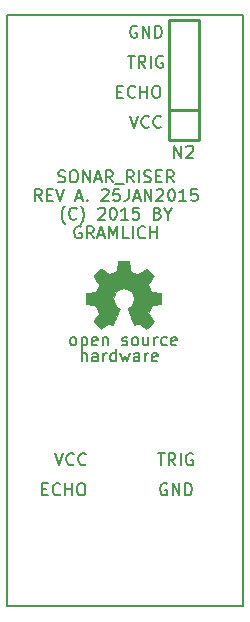
<source format=gbr>
%FSLAX36Y36*%
G04 Gerber Fmt 3.6, Leading zero omitted, Abs format (unit inch)*
G04 Created by KiCad (PCBNEW (2014-jul-16 BZR unknown)-product) date Sun 25 Jan 2015 06:12:40 PM PST*
%MOIN*%
G01*
G04 APERTURE LIST*
%ADD10C,0.003937*%
%ADD11C,0.006000*%
%ADD12C,0.007874*%
%ADD13C,0.010000*%
%ADD14C,0.000100*%
%ADD15C,0.008000*%
G04 APERTURE END LIST*
D10*
D11*
X4185086Y-3121695D02*
X4185086Y-3081695D01*
X4202229Y-3121695D02*
X4202229Y-3100743D01*
X4200324Y-3096933D01*
X4196514Y-3095029D01*
X4190800Y-3095029D01*
X4186991Y-3096933D01*
X4185086Y-3098838D01*
X4238419Y-3121695D02*
X4238419Y-3100743D01*
X4236514Y-3096933D01*
X4232705Y-3095029D01*
X4225086Y-3095029D01*
X4221276Y-3096933D01*
X4238419Y-3119790D02*
X4234610Y-3121695D01*
X4225086Y-3121695D01*
X4221276Y-3119790D01*
X4219371Y-3115981D01*
X4219371Y-3112171D01*
X4221276Y-3108362D01*
X4225086Y-3106457D01*
X4234610Y-3106457D01*
X4238419Y-3104552D01*
X4257467Y-3121695D02*
X4257467Y-3095029D01*
X4257467Y-3102648D02*
X4259371Y-3098838D01*
X4261276Y-3096933D01*
X4265086Y-3095029D01*
X4268895Y-3095029D01*
X4299371Y-3121695D02*
X4299371Y-3081695D01*
X4299371Y-3119790D02*
X4295562Y-3121695D01*
X4287943Y-3121695D01*
X4284133Y-3119790D01*
X4282229Y-3117886D01*
X4280324Y-3114076D01*
X4280324Y-3102648D01*
X4282229Y-3098838D01*
X4284133Y-3096933D01*
X4287943Y-3095029D01*
X4295562Y-3095029D01*
X4299371Y-3096933D01*
X4314610Y-3095029D02*
X4322229Y-3121695D01*
X4329848Y-3102648D01*
X4337467Y-3121695D01*
X4345086Y-3095029D01*
X4377467Y-3121695D02*
X4377467Y-3100743D01*
X4375562Y-3096933D01*
X4371752Y-3095029D01*
X4364133Y-3095029D01*
X4360324Y-3096933D01*
X4377467Y-3119790D02*
X4373657Y-3121695D01*
X4364133Y-3121695D01*
X4360324Y-3119790D01*
X4358419Y-3115981D01*
X4358419Y-3112171D01*
X4360324Y-3108362D01*
X4364133Y-3106457D01*
X4373657Y-3106457D01*
X4377467Y-3104552D01*
X4396514Y-3121695D02*
X4396514Y-3095029D01*
X4396514Y-3102648D02*
X4398419Y-3098838D01*
X4400324Y-3096933D01*
X4404133Y-3095029D01*
X4407943Y-3095029D01*
X4436514Y-3119790D02*
X4432705Y-3121695D01*
X4425086Y-3121695D01*
X4421276Y-3119790D01*
X4419371Y-3115981D01*
X4419371Y-3100743D01*
X4421276Y-3096933D01*
X4425086Y-3095029D01*
X4432705Y-3095029D01*
X4436514Y-3096933D01*
X4438419Y-3100743D01*
X4438419Y-3104552D01*
X4419371Y-3108362D01*
X4154524Y-3068095D02*
X4150714Y-3066190D01*
X4148810Y-3064286D01*
X4146905Y-3060476D01*
X4146905Y-3049048D01*
X4148810Y-3045238D01*
X4150714Y-3043333D01*
X4154524Y-3041429D01*
X4160238Y-3041429D01*
X4164048Y-3043333D01*
X4165952Y-3045238D01*
X4167857Y-3049048D01*
X4167857Y-3060476D01*
X4165952Y-3064286D01*
X4164048Y-3066190D01*
X4160238Y-3068095D01*
X4154524Y-3068095D01*
X4185000Y-3041429D02*
X4185000Y-3081429D01*
X4185000Y-3043333D02*
X4188810Y-3041429D01*
X4196429Y-3041429D01*
X4200238Y-3043333D01*
X4202143Y-3045238D01*
X4204048Y-3049048D01*
X4204048Y-3060476D01*
X4202143Y-3064286D01*
X4200238Y-3066190D01*
X4196429Y-3068095D01*
X4188810Y-3068095D01*
X4185000Y-3066190D01*
X4236429Y-3066190D02*
X4232619Y-3068095D01*
X4225000Y-3068095D01*
X4221191Y-3066190D01*
X4219286Y-3062381D01*
X4219286Y-3047143D01*
X4221191Y-3043333D01*
X4225000Y-3041429D01*
X4232619Y-3041429D01*
X4236429Y-3043333D01*
X4238333Y-3047143D01*
X4238333Y-3050952D01*
X4219286Y-3054762D01*
X4255476Y-3041429D02*
X4255476Y-3068095D01*
X4255476Y-3045238D02*
X4257381Y-3043333D01*
X4261191Y-3041429D01*
X4266905Y-3041429D01*
X4270714Y-3043333D01*
X4272619Y-3047143D01*
X4272619Y-3068095D01*
X4320238Y-3066190D02*
X4324048Y-3068095D01*
X4331667Y-3068095D01*
X4335476Y-3066190D01*
X4337381Y-3062381D01*
X4337381Y-3060476D01*
X4335476Y-3056667D01*
X4331667Y-3054762D01*
X4325952Y-3054762D01*
X4322143Y-3052857D01*
X4320238Y-3049048D01*
X4320238Y-3047143D01*
X4322143Y-3043333D01*
X4325952Y-3041429D01*
X4331667Y-3041429D01*
X4335476Y-3043333D01*
X4360238Y-3068095D02*
X4356429Y-3066190D01*
X4354524Y-3064286D01*
X4352619Y-3060476D01*
X4352619Y-3049048D01*
X4354524Y-3045238D01*
X4356429Y-3043333D01*
X4360238Y-3041429D01*
X4365952Y-3041429D01*
X4369762Y-3043333D01*
X4371667Y-3045238D01*
X4373571Y-3049048D01*
X4373571Y-3060476D01*
X4371667Y-3064286D01*
X4369762Y-3066190D01*
X4365952Y-3068095D01*
X4360238Y-3068095D01*
X4407857Y-3041429D02*
X4407857Y-3068095D01*
X4390714Y-3041429D02*
X4390714Y-3062381D01*
X4392619Y-3066190D01*
X4396429Y-3068095D01*
X4402143Y-3068095D01*
X4405952Y-3066190D01*
X4407857Y-3064286D01*
X4426905Y-3068095D02*
X4426905Y-3041429D01*
X4426905Y-3049048D02*
X4428810Y-3045238D01*
X4430714Y-3043333D01*
X4434524Y-3041429D01*
X4438333Y-3041429D01*
X4468809Y-3066190D02*
X4465000Y-3068095D01*
X4457381Y-3068095D01*
X4453571Y-3066190D01*
X4451667Y-3064286D01*
X4449762Y-3060476D01*
X4449762Y-3049048D01*
X4451667Y-3045238D01*
X4453571Y-3043333D01*
X4457381Y-3041429D01*
X4465000Y-3041429D01*
X4468809Y-3043333D01*
X4501190Y-3066190D02*
X4497381Y-3068095D01*
X4489762Y-3068095D01*
X4485952Y-3066190D01*
X4484048Y-3062381D01*
X4484048Y-3047143D01*
X4485952Y-3043333D01*
X4489762Y-3041429D01*
X4497381Y-3041429D01*
X4501190Y-3043333D01*
X4503095Y-3047143D01*
X4503095Y-3050952D01*
X4484048Y-3054762D01*
X4107619Y-2523190D02*
X4113333Y-2525095D01*
X4122857Y-2525095D01*
X4126667Y-2523190D01*
X4128571Y-2521286D01*
X4130476Y-2517476D01*
X4130476Y-2513667D01*
X4128571Y-2509857D01*
X4126667Y-2507952D01*
X4122857Y-2506048D01*
X4115238Y-2504143D01*
X4111429Y-2502238D01*
X4109524Y-2500333D01*
X4107619Y-2496524D01*
X4107619Y-2492714D01*
X4109524Y-2488905D01*
X4111429Y-2487000D01*
X4115238Y-2485095D01*
X4124762Y-2485095D01*
X4130476Y-2487000D01*
X4155238Y-2485095D02*
X4162857Y-2485095D01*
X4166667Y-2487000D01*
X4170476Y-2490810D01*
X4172381Y-2498429D01*
X4172381Y-2511762D01*
X4170476Y-2519381D01*
X4166667Y-2523190D01*
X4162857Y-2525095D01*
X4155238Y-2525095D01*
X4151429Y-2523190D01*
X4147619Y-2519381D01*
X4145714Y-2511762D01*
X4145714Y-2498429D01*
X4147619Y-2490810D01*
X4151429Y-2487000D01*
X4155238Y-2485095D01*
X4189524Y-2525095D02*
X4189524Y-2485095D01*
X4212381Y-2525095D01*
X4212381Y-2485095D01*
X4229524Y-2513667D02*
X4248571Y-2513667D01*
X4225714Y-2525095D02*
X4239048Y-2485095D01*
X4252381Y-2525095D01*
X4288571Y-2525095D02*
X4275238Y-2506048D01*
X4265714Y-2525095D02*
X4265714Y-2485095D01*
X4280952Y-2485095D01*
X4284762Y-2487000D01*
X4286667Y-2488905D01*
X4288571Y-2492714D01*
X4288571Y-2498429D01*
X4286667Y-2502238D01*
X4284762Y-2504143D01*
X4280952Y-2506048D01*
X4265714Y-2506048D01*
X4296190Y-2528905D02*
X4326667Y-2528905D01*
X4359048Y-2525095D02*
X4345714Y-2506048D01*
X4336190Y-2525095D02*
X4336190Y-2485095D01*
X4351429Y-2485095D01*
X4355238Y-2487000D01*
X4357143Y-2488905D01*
X4359048Y-2492714D01*
X4359048Y-2498429D01*
X4357143Y-2502238D01*
X4355238Y-2504143D01*
X4351429Y-2506048D01*
X4336190Y-2506048D01*
X4376190Y-2525095D02*
X4376190Y-2485095D01*
X4393333Y-2523190D02*
X4399048Y-2525095D01*
X4408571Y-2525095D01*
X4412381Y-2523190D01*
X4414286Y-2521286D01*
X4416190Y-2517476D01*
X4416190Y-2513667D01*
X4414286Y-2509857D01*
X4412381Y-2507952D01*
X4408571Y-2506048D01*
X4400952Y-2504143D01*
X4397143Y-2502238D01*
X4395238Y-2500333D01*
X4393333Y-2496524D01*
X4393333Y-2492714D01*
X4395238Y-2488905D01*
X4397143Y-2487000D01*
X4400952Y-2485095D01*
X4410476Y-2485095D01*
X4416190Y-2487000D01*
X4433333Y-2504143D02*
X4446667Y-2504143D01*
X4452381Y-2525095D02*
X4433333Y-2525095D01*
X4433333Y-2485095D01*
X4452381Y-2485095D01*
X4492381Y-2525095D02*
X4479048Y-2506048D01*
X4469524Y-2525095D02*
X4469524Y-2485095D01*
X4484762Y-2485095D01*
X4488571Y-2487000D01*
X4490476Y-2488905D01*
X4492381Y-2492714D01*
X4492381Y-2498429D01*
X4490476Y-2502238D01*
X4488571Y-2504143D01*
X4484762Y-2506048D01*
X4469524Y-2506048D01*
X4052381Y-2587095D02*
X4039048Y-2568048D01*
X4029524Y-2587095D02*
X4029524Y-2547095D01*
X4044762Y-2547095D01*
X4048571Y-2549000D01*
X4050476Y-2550905D01*
X4052381Y-2554714D01*
X4052381Y-2560429D01*
X4050476Y-2564238D01*
X4048571Y-2566143D01*
X4044762Y-2568048D01*
X4029524Y-2568048D01*
X4069524Y-2566143D02*
X4082857Y-2566143D01*
X4088571Y-2587095D02*
X4069524Y-2587095D01*
X4069524Y-2547095D01*
X4088571Y-2547095D01*
X4100000Y-2547095D02*
X4113333Y-2587095D01*
X4126667Y-2547095D01*
X4168571Y-2575667D02*
X4187619Y-2575667D01*
X4164762Y-2587095D02*
X4178095Y-2547095D01*
X4191429Y-2587095D01*
X4204762Y-2583286D02*
X4206667Y-2585190D01*
X4204762Y-2587095D01*
X4202857Y-2585190D01*
X4204762Y-2583286D01*
X4204762Y-2587095D01*
X4252381Y-2550905D02*
X4254286Y-2549000D01*
X4258095Y-2547095D01*
X4267619Y-2547095D01*
X4271429Y-2549000D01*
X4273333Y-2550905D01*
X4275238Y-2554714D01*
X4275238Y-2558524D01*
X4273333Y-2564238D01*
X4250476Y-2587095D01*
X4275238Y-2587095D01*
X4311429Y-2547095D02*
X4292381Y-2547095D01*
X4290476Y-2566143D01*
X4292381Y-2564238D01*
X4296191Y-2562333D01*
X4305714Y-2562333D01*
X4309524Y-2564238D01*
X4311429Y-2566143D01*
X4313333Y-2569952D01*
X4313333Y-2579476D01*
X4311429Y-2583286D01*
X4309524Y-2585190D01*
X4305714Y-2587095D01*
X4296191Y-2587095D01*
X4292381Y-2585190D01*
X4290476Y-2583286D01*
X4341905Y-2547095D02*
X4341905Y-2575667D01*
X4340000Y-2581381D01*
X4336191Y-2585190D01*
X4330476Y-2587095D01*
X4326667Y-2587095D01*
X4359048Y-2575667D02*
X4378095Y-2575667D01*
X4355238Y-2587095D02*
X4368571Y-2547095D01*
X4381905Y-2587095D01*
X4395238Y-2587095D02*
X4395238Y-2547095D01*
X4418095Y-2587095D01*
X4418095Y-2547095D01*
X4435238Y-2550905D02*
X4437143Y-2549000D01*
X4440952Y-2547095D01*
X4450476Y-2547095D01*
X4454286Y-2549000D01*
X4456190Y-2550905D01*
X4458095Y-2554714D01*
X4458095Y-2558524D01*
X4456190Y-2564238D01*
X4433333Y-2587095D01*
X4458095Y-2587095D01*
X4482857Y-2547095D02*
X4486667Y-2547095D01*
X4490476Y-2549000D01*
X4492381Y-2550905D01*
X4494286Y-2554714D01*
X4496190Y-2562333D01*
X4496190Y-2571857D01*
X4494286Y-2579476D01*
X4492381Y-2583286D01*
X4490476Y-2585190D01*
X4486667Y-2587095D01*
X4482857Y-2587095D01*
X4479048Y-2585190D01*
X4477143Y-2583286D01*
X4475238Y-2579476D01*
X4473333Y-2571857D01*
X4473333Y-2562333D01*
X4475238Y-2554714D01*
X4477143Y-2550905D01*
X4479048Y-2549000D01*
X4482857Y-2547095D01*
X4534286Y-2587095D02*
X4511429Y-2587095D01*
X4522857Y-2587095D02*
X4522857Y-2547095D01*
X4519048Y-2552810D01*
X4515238Y-2556619D01*
X4511429Y-2558524D01*
X4570476Y-2547095D02*
X4551429Y-2547095D01*
X4549524Y-2566143D01*
X4551429Y-2564238D01*
X4555238Y-2562333D01*
X4564762Y-2562333D01*
X4568571Y-2564238D01*
X4570476Y-2566143D01*
X4572381Y-2569952D01*
X4572381Y-2579476D01*
X4570476Y-2583286D01*
X4568571Y-2585190D01*
X4564762Y-2587095D01*
X4555238Y-2587095D01*
X4551429Y-2585190D01*
X4549524Y-2583286D01*
X4130476Y-2664333D02*
X4128571Y-2662429D01*
X4124762Y-2656714D01*
X4122857Y-2652905D01*
X4120952Y-2647190D01*
X4119048Y-2637667D01*
X4119048Y-2630048D01*
X4120952Y-2620524D01*
X4122857Y-2614810D01*
X4124762Y-2611000D01*
X4128571Y-2605286D01*
X4130476Y-2603381D01*
X4168571Y-2645286D02*
X4166667Y-2647190D01*
X4160952Y-2649095D01*
X4157143Y-2649095D01*
X4151429Y-2647190D01*
X4147619Y-2643381D01*
X4145714Y-2639571D01*
X4143810Y-2631952D01*
X4143810Y-2626238D01*
X4145714Y-2618619D01*
X4147619Y-2614810D01*
X4151429Y-2611000D01*
X4157143Y-2609095D01*
X4160952Y-2609095D01*
X4166667Y-2611000D01*
X4168571Y-2612905D01*
X4181905Y-2664333D02*
X4183810Y-2662429D01*
X4187619Y-2656714D01*
X4189524Y-2652905D01*
X4191429Y-2647190D01*
X4193333Y-2637667D01*
X4193333Y-2630048D01*
X4191429Y-2620524D01*
X4189524Y-2614810D01*
X4187619Y-2611000D01*
X4183810Y-2605286D01*
X4181905Y-2603381D01*
X4240952Y-2612905D02*
X4242857Y-2611000D01*
X4246667Y-2609095D01*
X4256190Y-2609095D01*
X4260000Y-2611000D01*
X4261905Y-2612905D01*
X4263810Y-2616714D01*
X4263810Y-2620524D01*
X4261905Y-2626238D01*
X4239048Y-2649095D01*
X4263810Y-2649095D01*
X4288571Y-2609095D02*
X4292381Y-2609095D01*
X4296190Y-2611000D01*
X4298095Y-2612905D01*
X4300000Y-2616714D01*
X4301905Y-2624333D01*
X4301905Y-2633857D01*
X4300000Y-2641476D01*
X4298095Y-2645286D01*
X4296190Y-2647190D01*
X4292381Y-2649095D01*
X4288571Y-2649095D01*
X4284762Y-2647190D01*
X4282857Y-2645286D01*
X4280952Y-2641476D01*
X4279048Y-2633857D01*
X4279048Y-2624333D01*
X4280952Y-2616714D01*
X4282857Y-2612905D01*
X4284762Y-2611000D01*
X4288571Y-2609095D01*
X4340000Y-2649095D02*
X4317143Y-2649095D01*
X4328571Y-2649095D02*
X4328571Y-2609095D01*
X4324762Y-2614810D01*
X4320952Y-2618619D01*
X4317143Y-2620524D01*
X4376190Y-2609095D02*
X4357143Y-2609095D01*
X4355238Y-2628143D01*
X4357143Y-2626238D01*
X4360952Y-2624333D01*
X4370476Y-2624333D01*
X4374286Y-2626238D01*
X4376190Y-2628143D01*
X4378095Y-2631952D01*
X4378095Y-2641476D01*
X4376190Y-2645286D01*
X4374286Y-2647190D01*
X4370476Y-2649095D01*
X4360952Y-2649095D01*
X4357143Y-2647190D01*
X4355238Y-2645286D01*
X4439048Y-2628143D02*
X4444762Y-2630048D01*
X4446667Y-2631952D01*
X4448571Y-2635762D01*
X4448571Y-2641476D01*
X4446667Y-2645286D01*
X4444762Y-2647190D01*
X4440952Y-2649095D01*
X4425714Y-2649095D01*
X4425714Y-2609095D01*
X4439048Y-2609095D01*
X4442857Y-2611000D01*
X4444762Y-2612905D01*
X4446667Y-2616714D01*
X4446667Y-2620524D01*
X4444762Y-2624333D01*
X4442857Y-2626238D01*
X4439048Y-2628143D01*
X4425714Y-2628143D01*
X4473333Y-2630048D02*
X4473333Y-2649095D01*
X4460000Y-2609095D02*
X4473333Y-2630048D01*
X4486667Y-2609095D01*
X4183810Y-2673000D02*
X4180000Y-2671095D01*
X4174286Y-2671095D01*
X4168571Y-2673000D01*
X4164762Y-2676810D01*
X4162857Y-2680619D01*
X4160952Y-2688238D01*
X4160952Y-2693952D01*
X4162857Y-2701571D01*
X4164762Y-2705381D01*
X4168571Y-2709190D01*
X4174286Y-2711095D01*
X4178095Y-2711095D01*
X4183810Y-2709190D01*
X4185714Y-2707286D01*
X4185714Y-2693952D01*
X4178095Y-2693952D01*
X4225714Y-2711095D02*
X4212381Y-2692048D01*
X4202857Y-2711095D02*
X4202857Y-2671095D01*
X4218095Y-2671095D01*
X4221905Y-2673000D01*
X4223810Y-2674905D01*
X4225714Y-2678714D01*
X4225714Y-2684429D01*
X4223810Y-2688238D01*
X4221905Y-2690143D01*
X4218095Y-2692048D01*
X4202857Y-2692048D01*
X4240952Y-2699667D02*
X4260000Y-2699667D01*
X4237143Y-2711095D02*
X4250476Y-2671095D01*
X4263810Y-2711095D01*
X4277143Y-2711095D02*
X4277143Y-2671095D01*
X4290476Y-2699667D01*
X4303810Y-2671095D01*
X4303810Y-2711095D01*
X4341905Y-2711095D02*
X4322857Y-2711095D01*
X4322857Y-2671095D01*
X4355238Y-2711095D02*
X4355238Y-2671095D01*
X4397143Y-2707286D02*
X4395238Y-2709190D01*
X4389524Y-2711095D01*
X4385714Y-2711095D01*
X4380000Y-2709190D01*
X4376191Y-2705381D01*
X4374286Y-2701571D01*
X4372381Y-2693952D01*
X4372381Y-2688238D01*
X4374286Y-2680619D01*
X4376191Y-2676810D01*
X4380000Y-2673000D01*
X4385714Y-2671095D01*
X4389524Y-2671095D01*
X4395238Y-2673000D01*
X4397143Y-2674905D01*
X4414286Y-2711095D02*
X4414286Y-2671095D01*
X4414286Y-2690143D02*
X4437143Y-2690143D01*
X4437143Y-2711095D02*
X4437143Y-2671095D01*
X4304524Y-2222143D02*
X4317857Y-2222143D01*
X4323571Y-2243095D02*
X4304524Y-2243095D01*
X4304524Y-2203095D01*
X4323571Y-2203095D01*
X4363571Y-2239286D02*
X4361667Y-2241190D01*
X4355952Y-2243095D01*
X4352143Y-2243095D01*
X4346429Y-2241190D01*
X4342619Y-2237381D01*
X4340714Y-2233571D01*
X4338810Y-2225952D01*
X4338810Y-2220238D01*
X4340714Y-2212619D01*
X4342619Y-2208810D01*
X4346429Y-2205000D01*
X4352143Y-2203095D01*
X4355952Y-2203095D01*
X4361667Y-2205000D01*
X4363571Y-2206905D01*
X4380714Y-2243095D02*
X4380714Y-2203095D01*
X4380714Y-2222143D02*
X4403571Y-2222143D01*
X4403571Y-2243095D02*
X4403571Y-2203095D01*
X4430238Y-2203095D02*
X4437857Y-2203095D01*
X4441667Y-2205000D01*
X4445476Y-2208810D01*
X4447381Y-2216429D01*
X4447381Y-2229762D01*
X4445476Y-2237381D01*
X4441667Y-2241190D01*
X4437857Y-2243095D01*
X4430238Y-2243095D01*
X4426429Y-2241190D01*
X4422619Y-2237381D01*
X4420714Y-2229762D01*
X4420714Y-2216429D01*
X4422619Y-2208810D01*
X4426429Y-2205000D01*
X4430238Y-2203095D01*
X4339048Y-2103095D02*
X4361905Y-2103095D01*
X4350476Y-2143095D02*
X4350476Y-2103095D01*
X4398095Y-2143095D02*
X4384762Y-2124048D01*
X4375238Y-2143095D02*
X4375238Y-2103095D01*
X4390476Y-2103095D01*
X4394286Y-2105000D01*
X4396190Y-2106905D01*
X4398095Y-2110714D01*
X4398095Y-2116429D01*
X4396190Y-2120238D01*
X4394286Y-2122143D01*
X4390476Y-2124048D01*
X4375238Y-2124048D01*
X4415238Y-2143095D02*
X4415238Y-2103095D01*
X4455238Y-2105000D02*
X4451429Y-2103095D01*
X4445714Y-2103095D01*
X4440000Y-2105000D01*
X4436191Y-2108810D01*
X4434286Y-2112619D01*
X4432381Y-2120238D01*
X4432381Y-2125952D01*
X4434286Y-2133571D01*
X4436191Y-2137381D01*
X4440000Y-2141190D01*
X4445714Y-2143095D01*
X4449524Y-2143095D01*
X4455238Y-2141190D01*
X4457143Y-2139286D01*
X4457143Y-2125952D01*
X4449524Y-2125952D01*
X4369524Y-2005000D02*
X4365714Y-2003095D01*
X4360000Y-2003095D01*
X4354286Y-2005000D01*
X4350476Y-2008810D01*
X4348571Y-2012619D01*
X4346667Y-2020238D01*
X4346667Y-2025952D01*
X4348571Y-2033571D01*
X4350476Y-2037381D01*
X4354286Y-2041190D01*
X4360000Y-2043095D01*
X4363810Y-2043095D01*
X4369524Y-2041190D01*
X4371429Y-2039286D01*
X4371429Y-2025952D01*
X4363810Y-2025952D01*
X4388571Y-2043095D02*
X4388571Y-2003095D01*
X4411429Y-2043095D01*
X4411429Y-2003095D01*
X4430476Y-2043095D02*
X4430476Y-2003095D01*
X4440000Y-2003095D01*
X4445714Y-2005000D01*
X4449524Y-2008810D01*
X4451429Y-2012619D01*
X4453333Y-2020238D01*
X4453333Y-2025952D01*
X4451429Y-2033571D01*
X4449524Y-2037381D01*
X4445714Y-2041190D01*
X4440000Y-2043095D01*
X4430476Y-2043095D01*
X4096667Y-3428095D02*
X4110000Y-3468095D01*
X4123333Y-3428095D01*
X4159524Y-3464286D02*
X4157619Y-3466190D01*
X4151905Y-3468095D01*
X4148095Y-3468095D01*
X4142381Y-3466190D01*
X4138571Y-3462381D01*
X4136667Y-3458571D01*
X4134762Y-3450952D01*
X4134762Y-3445238D01*
X4136667Y-3437619D01*
X4138571Y-3433810D01*
X4142381Y-3430000D01*
X4148095Y-3428095D01*
X4151905Y-3428095D01*
X4157619Y-3430000D01*
X4159524Y-3431905D01*
X4199524Y-3464286D02*
X4197619Y-3466190D01*
X4191905Y-3468095D01*
X4188095Y-3468095D01*
X4182381Y-3466190D01*
X4178571Y-3462381D01*
X4176667Y-3458571D01*
X4174762Y-3450952D01*
X4174762Y-3445238D01*
X4176667Y-3437619D01*
X4178571Y-3433810D01*
X4182381Y-3430000D01*
X4188095Y-3428095D01*
X4191905Y-3428095D01*
X4197619Y-3430000D01*
X4199524Y-3431905D01*
X4469524Y-3530000D02*
X4465714Y-3528095D01*
X4460000Y-3528095D01*
X4454286Y-3530000D01*
X4450476Y-3533810D01*
X4448571Y-3537619D01*
X4446667Y-3545238D01*
X4446667Y-3550952D01*
X4448571Y-3558571D01*
X4450476Y-3562381D01*
X4454286Y-3566190D01*
X4460000Y-3568095D01*
X4463810Y-3568095D01*
X4469524Y-3566190D01*
X4471429Y-3564286D01*
X4471429Y-3550952D01*
X4463810Y-3550952D01*
X4488571Y-3568095D02*
X4488571Y-3528095D01*
X4511429Y-3568095D01*
X4511429Y-3528095D01*
X4530476Y-3568095D02*
X4530476Y-3528095D01*
X4540000Y-3528095D01*
X4545714Y-3530000D01*
X4549524Y-3533810D01*
X4551429Y-3537619D01*
X4553333Y-3545238D01*
X4553333Y-3550952D01*
X4551429Y-3558571D01*
X4549524Y-3562381D01*
X4545714Y-3566190D01*
X4540000Y-3568095D01*
X4530476Y-3568095D01*
X4439048Y-3428095D02*
X4461905Y-3428095D01*
X4450476Y-3468095D02*
X4450476Y-3428095D01*
X4498095Y-3468095D02*
X4484762Y-3449048D01*
X4475238Y-3468095D02*
X4475238Y-3428095D01*
X4490476Y-3428095D01*
X4494286Y-3430000D01*
X4496190Y-3431905D01*
X4498095Y-3435714D01*
X4498095Y-3441429D01*
X4496190Y-3445238D01*
X4494286Y-3447143D01*
X4490476Y-3449048D01*
X4475238Y-3449048D01*
X4515238Y-3468095D02*
X4515238Y-3428095D01*
X4555238Y-3430000D02*
X4551429Y-3428095D01*
X4545714Y-3428095D01*
X4540000Y-3430000D01*
X4536191Y-3433810D01*
X4534286Y-3437619D01*
X4532381Y-3445238D01*
X4532381Y-3450952D01*
X4534286Y-3458571D01*
X4536191Y-3462381D01*
X4540000Y-3466190D01*
X4545714Y-3468095D01*
X4549524Y-3468095D01*
X4555238Y-3466190D01*
X4557143Y-3464286D01*
X4557143Y-3450952D01*
X4549524Y-3450952D01*
X4054524Y-3547143D02*
X4067857Y-3547143D01*
X4073571Y-3568095D02*
X4054524Y-3568095D01*
X4054524Y-3528095D01*
X4073571Y-3528095D01*
X4113571Y-3564286D02*
X4111667Y-3566190D01*
X4105952Y-3568095D01*
X4102143Y-3568095D01*
X4096429Y-3566190D01*
X4092619Y-3562381D01*
X4090714Y-3558571D01*
X4088810Y-3550952D01*
X4088810Y-3545238D01*
X4090714Y-3537619D01*
X4092619Y-3533810D01*
X4096429Y-3530000D01*
X4102143Y-3528095D01*
X4105952Y-3528095D01*
X4111667Y-3530000D01*
X4113571Y-3531905D01*
X4130714Y-3568095D02*
X4130714Y-3528095D01*
X4130714Y-3547143D02*
X4153571Y-3547143D01*
X4153571Y-3568095D02*
X4153571Y-3528095D01*
X4180238Y-3528095D02*
X4187857Y-3528095D01*
X4191667Y-3530000D01*
X4195476Y-3533810D01*
X4197381Y-3541429D01*
X4197381Y-3554762D01*
X4195476Y-3562381D01*
X4191667Y-3566190D01*
X4187857Y-3568095D01*
X4180238Y-3568095D01*
X4176429Y-3566190D01*
X4172619Y-3562381D01*
X4170714Y-3554762D01*
X4170714Y-3541429D01*
X4172619Y-3533810D01*
X4176429Y-3530000D01*
X4180238Y-3528095D01*
X4346667Y-2303095D02*
X4360000Y-2343095D01*
X4373333Y-2303095D01*
X4409524Y-2339286D02*
X4407619Y-2341190D01*
X4401905Y-2343095D01*
X4398095Y-2343095D01*
X4392381Y-2341190D01*
X4388571Y-2337381D01*
X4386667Y-2333571D01*
X4384762Y-2325952D01*
X4384762Y-2320238D01*
X4386667Y-2312619D01*
X4388571Y-2308810D01*
X4392381Y-2305000D01*
X4398095Y-2303095D01*
X4401905Y-2303095D01*
X4407619Y-2305000D01*
X4409524Y-2306905D01*
X4449524Y-2339286D02*
X4447619Y-2341190D01*
X4441905Y-2343095D01*
X4438095Y-2343095D01*
X4432381Y-2341190D01*
X4428571Y-2337381D01*
X4426667Y-2333571D01*
X4424762Y-2325952D01*
X4424762Y-2320238D01*
X4426667Y-2312619D01*
X4428571Y-2308810D01*
X4432381Y-2305000D01*
X4438095Y-2303095D01*
X4441905Y-2303095D01*
X4447619Y-2305000D01*
X4449524Y-2306905D01*
D12*
X3937008Y-3937008D02*
X3937008Y-1968504D01*
X4724409Y-3937008D02*
X3937008Y-3937008D01*
X4724409Y-1968504D02*
X4724409Y-3937008D01*
X3937008Y-1968504D02*
X4724409Y-1968504D01*
D13*
X4577559Y-2285039D02*
X4577559Y-1985039D01*
X4477559Y-2285039D02*
X4477559Y-1985039D01*
X4477559Y-2385039D02*
X4477559Y-2285039D01*
X4577559Y-1985039D02*
X4477559Y-1985039D01*
X4477559Y-2285039D02*
X4577559Y-2285039D01*
X4477559Y-2385039D02*
X4577559Y-2385039D01*
X4577559Y-2385039D02*
X4577559Y-2285039D01*
D14*
G36*
X4249200Y-3012300D02*
X4250600Y-3011600D01*
X4253500Y-3009700D01*
X4257700Y-3007000D01*
X4262600Y-3003700D01*
X4267500Y-3000300D01*
X4271600Y-2997600D01*
X4274500Y-2995800D01*
X4275700Y-2995100D01*
X4276300Y-2995400D01*
X4278700Y-2996500D01*
X4282100Y-2998300D01*
X4284000Y-2999300D01*
X4287200Y-3000700D01*
X4288700Y-3000900D01*
X4289000Y-3000500D01*
X4290100Y-2998100D01*
X4291900Y-2994000D01*
X4294300Y-2988600D01*
X4297000Y-2982200D01*
X4299900Y-2975400D01*
X4302800Y-2968400D01*
X4305600Y-2961800D01*
X4308000Y-2955800D01*
X4310000Y-2950900D01*
X4311300Y-2947500D01*
X4311700Y-2946100D01*
X4311600Y-2945800D01*
X4310000Y-2944200D01*
X4307300Y-2942200D01*
X4301400Y-2937400D01*
X4295500Y-2930100D01*
X4292000Y-2921800D01*
X4290800Y-2912600D01*
X4291800Y-2904100D01*
X4295200Y-2895900D01*
X4300900Y-2888600D01*
X4307800Y-2883100D01*
X4315900Y-2879600D01*
X4325000Y-2878500D01*
X4333700Y-2879500D01*
X4342100Y-2882800D01*
X4349400Y-2888400D01*
X4352500Y-2892000D01*
X4356800Y-2899500D01*
X4359300Y-2907400D01*
X4359500Y-2909500D01*
X4359200Y-2918200D01*
X4356600Y-2926600D01*
X4351900Y-2934200D01*
X4345500Y-2940300D01*
X4344700Y-2940900D01*
X4341700Y-2943100D01*
X4339700Y-2944700D01*
X4338200Y-2946000D01*
X4349300Y-2972900D01*
X4351100Y-2977200D01*
X4354200Y-2984500D01*
X4356900Y-2990800D01*
X4359000Y-2995900D01*
X4360500Y-2999300D01*
X4361200Y-3000600D01*
X4361300Y-3000700D01*
X4362200Y-3000900D01*
X4364300Y-3000100D01*
X4368000Y-2998300D01*
X4370500Y-2997000D01*
X4373400Y-2995600D01*
X4374700Y-2995100D01*
X4375800Y-2995700D01*
X4378500Y-2997500D01*
X4382500Y-3000200D01*
X4387300Y-3003400D01*
X4391900Y-3006600D01*
X4396100Y-3009300D01*
X4399200Y-3011300D01*
X4400700Y-3012100D01*
X4400900Y-3012100D01*
X4402300Y-3011400D01*
X4404700Y-3009300D01*
X4408300Y-3005900D01*
X4413500Y-3000800D01*
X4414300Y-3000000D01*
X4418600Y-2995600D01*
X4422000Y-2992000D01*
X4424400Y-2989400D01*
X4425200Y-2988200D01*
X4425200Y-2988200D01*
X4424400Y-2986800D01*
X4422500Y-2983700D01*
X4419700Y-2979400D01*
X4416300Y-2974400D01*
X4407400Y-2961500D01*
X4412300Y-2949300D01*
X4413800Y-2945500D01*
X4415700Y-2941000D01*
X4417100Y-2937800D01*
X4417800Y-2936300D01*
X4419200Y-2935900D01*
X4422500Y-2935100D01*
X4427300Y-2934100D01*
X4433100Y-2933000D01*
X4438600Y-2932000D01*
X4443600Y-2931000D01*
X4447200Y-2930300D01*
X4448800Y-2930000D01*
X4449200Y-2929800D01*
X4449500Y-2929000D01*
X4449800Y-2927300D01*
X4449900Y-2924300D01*
X4449900Y-2919500D01*
X4449900Y-2912600D01*
X4449900Y-2911900D01*
X4449900Y-2905300D01*
X4449800Y-2900100D01*
X4449600Y-2896700D01*
X4449400Y-2895300D01*
X4449300Y-2895300D01*
X4447800Y-2894900D01*
X4444300Y-2894200D01*
X4439300Y-2893200D01*
X4433400Y-2892100D01*
X4433000Y-2892000D01*
X4427100Y-2890900D01*
X4422100Y-2889800D01*
X4418700Y-2889000D01*
X4417200Y-2888600D01*
X4416900Y-2888200D01*
X4415700Y-2885900D01*
X4414000Y-2882200D01*
X4412000Y-2877700D01*
X4410100Y-2873100D01*
X4408400Y-2868900D01*
X4407300Y-2865800D01*
X4407000Y-2864400D01*
X4407000Y-2864300D01*
X4407900Y-2862900D01*
X4409900Y-2859900D01*
X4412800Y-2855600D01*
X4416200Y-2850600D01*
X4416500Y-2850200D01*
X4419900Y-2845200D01*
X4422700Y-2841000D01*
X4424500Y-2838000D01*
X4425200Y-2836600D01*
X4425200Y-2836500D01*
X4424100Y-2835000D01*
X4421500Y-2832200D01*
X4417900Y-2828400D01*
X4413500Y-2824000D01*
X4412100Y-2822600D01*
X4407200Y-2817900D01*
X4403900Y-2814700D01*
X4401800Y-2813100D01*
X4400800Y-2812700D01*
X4400700Y-2812800D01*
X4399200Y-2813700D01*
X4396100Y-2815700D01*
X4391800Y-2818600D01*
X4386700Y-2822100D01*
X4386300Y-2822300D01*
X4381400Y-2825700D01*
X4377200Y-2828500D01*
X4374200Y-2830500D01*
X4372900Y-2831300D01*
X4372700Y-2831300D01*
X4370700Y-2830700D01*
X4367100Y-2829400D01*
X4362800Y-2827700D01*
X4358100Y-2825900D01*
X4353900Y-2824100D01*
X4350800Y-2822600D01*
X4349300Y-2821800D01*
X4349300Y-2821700D01*
X4348700Y-2819900D01*
X4347900Y-2816200D01*
X4346800Y-2811100D01*
X4345600Y-2804900D01*
X4345500Y-2804000D01*
X4344300Y-2798000D01*
X4343400Y-2793100D01*
X4342700Y-2789700D01*
X4342300Y-2788300D01*
X4341500Y-2788100D01*
X4338600Y-2787900D01*
X4334100Y-2787800D01*
X4328800Y-2787700D01*
X4323100Y-2787700D01*
X4317600Y-2787900D01*
X4312900Y-2788000D01*
X4309500Y-2788300D01*
X4308100Y-2788500D01*
X4308100Y-2788600D01*
X4307500Y-2790500D01*
X4306700Y-2794200D01*
X4305700Y-2799400D01*
X4304500Y-2805500D01*
X4304300Y-2806600D01*
X4303200Y-2812500D01*
X4302200Y-2817400D01*
X4301400Y-2820800D01*
X4301100Y-2822100D01*
X4300500Y-2822400D01*
X4298100Y-2823400D01*
X4294100Y-2825100D01*
X4289200Y-2827100D01*
X4277700Y-2831700D01*
X4263700Y-2822100D01*
X4262400Y-2821200D01*
X4257400Y-2817800D01*
X4253200Y-2815000D01*
X4250300Y-2813200D01*
X4249100Y-2812500D01*
X4249000Y-2812500D01*
X4247600Y-2813800D01*
X4244900Y-2816400D01*
X4241100Y-2820100D01*
X4236600Y-2824500D01*
X4233400Y-2827700D01*
X4229500Y-2831700D01*
X4227100Y-2834300D01*
X4225700Y-2836000D01*
X4225200Y-2837000D01*
X4225400Y-2837700D01*
X4226300Y-2839200D01*
X4228300Y-2842200D01*
X4231200Y-2846500D01*
X4234600Y-2851500D01*
X4237400Y-2855600D01*
X4240500Y-2860300D01*
X4242500Y-2863700D01*
X4243200Y-2865300D01*
X4243000Y-2866000D01*
X4242000Y-2868800D01*
X4240300Y-2872900D01*
X4238200Y-2877900D01*
X4233400Y-2889000D01*
X4226100Y-2890400D01*
X4221700Y-2891200D01*
X4215500Y-2892400D01*
X4209600Y-2893500D01*
X4200400Y-2895300D01*
X4200000Y-2929200D01*
X4201500Y-2929800D01*
X4202800Y-2930100D01*
X4206200Y-2930900D01*
X4211100Y-2931900D01*
X4216900Y-2932900D01*
X4221800Y-2933900D01*
X4226700Y-2934800D01*
X4230300Y-2935500D01*
X4231800Y-2935800D01*
X4232200Y-2936300D01*
X4233500Y-2938700D01*
X4235200Y-2942500D01*
X4237200Y-2947100D01*
X4239200Y-2951900D01*
X4240900Y-2956200D01*
X4242100Y-2959600D01*
X4242600Y-2961300D01*
X4241900Y-2962600D01*
X4240000Y-2965500D01*
X4237300Y-2969600D01*
X4233900Y-2974500D01*
X4230600Y-2979400D01*
X4227800Y-2983600D01*
X4225800Y-2986700D01*
X4225000Y-2988000D01*
X4225400Y-2989000D01*
X4227300Y-2991300D01*
X4231000Y-2995200D01*
X4236500Y-3000600D01*
X4237400Y-3001500D01*
X4241800Y-3005700D01*
X4245500Y-3009100D01*
X4248100Y-3011400D01*
X4249200Y-3012300D01*
X4249200Y-3012300D01*
G37*
X4249200Y-3012300D02*
X4250600Y-3011600D01*
X4253500Y-3009700D01*
X4257700Y-3007000D01*
X4262600Y-3003700D01*
X4267500Y-3000300D01*
X4271600Y-2997600D01*
X4274500Y-2995800D01*
X4275700Y-2995100D01*
X4276300Y-2995400D01*
X4278700Y-2996500D01*
X4282100Y-2998300D01*
X4284000Y-2999300D01*
X4287200Y-3000700D01*
X4288700Y-3000900D01*
X4289000Y-3000500D01*
X4290100Y-2998100D01*
X4291900Y-2994000D01*
X4294300Y-2988600D01*
X4297000Y-2982200D01*
X4299900Y-2975400D01*
X4302800Y-2968400D01*
X4305600Y-2961800D01*
X4308000Y-2955800D01*
X4310000Y-2950900D01*
X4311300Y-2947500D01*
X4311700Y-2946100D01*
X4311600Y-2945800D01*
X4310000Y-2944200D01*
X4307300Y-2942200D01*
X4301400Y-2937400D01*
X4295500Y-2930100D01*
X4292000Y-2921800D01*
X4290800Y-2912600D01*
X4291800Y-2904100D01*
X4295200Y-2895900D01*
X4300900Y-2888600D01*
X4307800Y-2883100D01*
X4315900Y-2879600D01*
X4325000Y-2878500D01*
X4333700Y-2879500D01*
X4342100Y-2882800D01*
X4349400Y-2888400D01*
X4352500Y-2892000D01*
X4356800Y-2899500D01*
X4359300Y-2907400D01*
X4359500Y-2909500D01*
X4359200Y-2918200D01*
X4356600Y-2926600D01*
X4351900Y-2934200D01*
X4345500Y-2940300D01*
X4344700Y-2940900D01*
X4341700Y-2943100D01*
X4339700Y-2944700D01*
X4338200Y-2946000D01*
X4349300Y-2972900D01*
X4351100Y-2977200D01*
X4354200Y-2984500D01*
X4356900Y-2990800D01*
X4359000Y-2995900D01*
X4360500Y-2999300D01*
X4361200Y-3000600D01*
X4361300Y-3000700D01*
X4362200Y-3000900D01*
X4364300Y-3000100D01*
X4368000Y-2998300D01*
X4370500Y-2997000D01*
X4373400Y-2995600D01*
X4374700Y-2995100D01*
X4375800Y-2995700D01*
X4378500Y-2997500D01*
X4382500Y-3000200D01*
X4387300Y-3003400D01*
X4391900Y-3006600D01*
X4396100Y-3009300D01*
X4399200Y-3011300D01*
X4400700Y-3012100D01*
X4400900Y-3012100D01*
X4402300Y-3011400D01*
X4404700Y-3009300D01*
X4408300Y-3005900D01*
X4413500Y-3000800D01*
X4414300Y-3000000D01*
X4418600Y-2995600D01*
X4422000Y-2992000D01*
X4424400Y-2989400D01*
X4425200Y-2988200D01*
X4425200Y-2988200D01*
X4424400Y-2986800D01*
X4422500Y-2983700D01*
X4419700Y-2979400D01*
X4416300Y-2974400D01*
X4407400Y-2961500D01*
X4412300Y-2949300D01*
X4413800Y-2945500D01*
X4415700Y-2941000D01*
X4417100Y-2937800D01*
X4417800Y-2936300D01*
X4419200Y-2935900D01*
X4422500Y-2935100D01*
X4427300Y-2934100D01*
X4433100Y-2933000D01*
X4438600Y-2932000D01*
X4443600Y-2931000D01*
X4447200Y-2930300D01*
X4448800Y-2930000D01*
X4449200Y-2929800D01*
X4449500Y-2929000D01*
X4449800Y-2927300D01*
X4449900Y-2924300D01*
X4449900Y-2919500D01*
X4449900Y-2912600D01*
X4449900Y-2911900D01*
X4449900Y-2905300D01*
X4449800Y-2900100D01*
X4449600Y-2896700D01*
X4449400Y-2895300D01*
X4449300Y-2895300D01*
X4447800Y-2894900D01*
X4444300Y-2894200D01*
X4439300Y-2893200D01*
X4433400Y-2892100D01*
X4433000Y-2892000D01*
X4427100Y-2890900D01*
X4422100Y-2889800D01*
X4418700Y-2889000D01*
X4417200Y-2888600D01*
X4416900Y-2888200D01*
X4415700Y-2885900D01*
X4414000Y-2882200D01*
X4412000Y-2877700D01*
X4410100Y-2873100D01*
X4408400Y-2868900D01*
X4407300Y-2865800D01*
X4407000Y-2864400D01*
X4407000Y-2864300D01*
X4407900Y-2862900D01*
X4409900Y-2859900D01*
X4412800Y-2855600D01*
X4416200Y-2850600D01*
X4416500Y-2850200D01*
X4419900Y-2845200D01*
X4422700Y-2841000D01*
X4424500Y-2838000D01*
X4425200Y-2836600D01*
X4425200Y-2836500D01*
X4424100Y-2835000D01*
X4421500Y-2832200D01*
X4417900Y-2828400D01*
X4413500Y-2824000D01*
X4412100Y-2822600D01*
X4407200Y-2817900D01*
X4403900Y-2814700D01*
X4401800Y-2813100D01*
X4400800Y-2812700D01*
X4400700Y-2812800D01*
X4399200Y-2813700D01*
X4396100Y-2815700D01*
X4391800Y-2818600D01*
X4386700Y-2822100D01*
X4386300Y-2822300D01*
X4381400Y-2825700D01*
X4377200Y-2828500D01*
X4374200Y-2830500D01*
X4372900Y-2831300D01*
X4372700Y-2831300D01*
X4370700Y-2830700D01*
X4367100Y-2829400D01*
X4362800Y-2827700D01*
X4358100Y-2825900D01*
X4353900Y-2824100D01*
X4350800Y-2822600D01*
X4349300Y-2821800D01*
X4349300Y-2821700D01*
X4348700Y-2819900D01*
X4347900Y-2816200D01*
X4346800Y-2811100D01*
X4345600Y-2804900D01*
X4345500Y-2804000D01*
X4344300Y-2798000D01*
X4343400Y-2793100D01*
X4342700Y-2789700D01*
X4342300Y-2788300D01*
X4341500Y-2788100D01*
X4338600Y-2787900D01*
X4334100Y-2787800D01*
X4328800Y-2787700D01*
X4323100Y-2787700D01*
X4317600Y-2787900D01*
X4312900Y-2788000D01*
X4309500Y-2788300D01*
X4308100Y-2788500D01*
X4308100Y-2788600D01*
X4307500Y-2790500D01*
X4306700Y-2794200D01*
X4305700Y-2799400D01*
X4304500Y-2805500D01*
X4304300Y-2806600D01*
X4303200Y-2812500D01*
X4302200Y-2817400D01*
X4301400Y-2820800D01*
X4301100Y-2822100D01*
X4300500Y-2822400D01*
X4298100Y-2823400D01*
X4294100Y-2825100D01*
X4289200Y-2827100D01*
X4277700Y-2831700D01*
X4263700Y-2822100D01*
X4262400Y-2821200D01*
X4257400Y-2817800D01*
X4253200Y-2815000D01*
X4250300Y-2813200D01*
X4249100Y-2812500D01*
X4249000Y-2812500D01*
X4247600Y-2813800D01*
X4244900Y-2816400D01*
X4241100Y-2820100D01*
X4236600Y-2824500D01*
X4233400Y-2827700D01*
X4229500Y-2831700D01*
X4227100Y-2834300D01*
X4225700Y-2836000D01*
X4225200Y-2837000D01*
X4225400Y-2837700D01*
X4226300Y-2839200D01*
X4228300Y-2842200D01*
X4231200Y-2846500D01*
X4234600Y-2851500D01*
X4237400Y-2855600D01*
X4240500Y-2860300D01*
X4242500Y-2863700D01*
X4243200Y-2865300D01*
X4243000Y-2866000D01*
X4242000Y-2868800D01*
X4240300Y-2872900D01*
X4238200Y-2877900D01*
X4233400Y-2889000D01*
X4226100Y-2890400D01*
X4221700Y-2891200D01*
X4215500Y-2892400D01*
X4209600Y-2893500D01*
X4200400Y-2895300D01*
X4200000Y-2929200D01*
X4201500Y-2929800D01*
X4202800Y-2930100D01*
X4206200Y-2930900D01*
X4211100Y-2931900D01*
X4216900Y-2932900D01*
X4221800Y-2933900D01*
X4226700Y-2934800D01*
X4230300Y-2935500D01*
X4231800Y-2935800D01*
X4232200Y-2936300D01*
X4233500Y-2938700D01*
X4235200Y-2942500D01*
X4237200Y-2947100D01*
X4239200Y-2951900D01*
X4240900Y-2956200D01*
X4242100Y-2959600D01*
X4242600Y-2961300D01*
X4241900Y-2962600D01*
X4240000Y-2965500D01*
X4237300Y-2969600D01*
X4233900Y-2974500D01*
X4230600Y-2979400D01*
X4227800Y-2983600D01*
X4225800Y-2986700D01*
X4225000Y-2988000D01*
X4225400Y-2989000D01*
X4227300Y-2991300D01*
X4231000Y-2995200D01*
X4236500Y-3000600D01*
X4237400Y-3001500D01*
X4241800Y-3005700D01*
X4245500Y-3009100D01*
X4248100Y-3011400D01*
X4249200Y-3012300D01*
D15*
X4494524Y-2443095D02*
X4494524Y-2403095D01*
X4517381Y-2443095D01*
X4517381Y-2403095D01*
X4534524Y-2406905D02*
X4536429Y-2405000D01*
X4540238Y-2403095D01*
X4549762Y-2403095D01*
X4553571Y-2405000D01*
X4555476Y-2406905D01*
X4557381Y-2410714D01*
X4557381Y-2414524D01*
X4555476Y-2420238D01*
X4532619Y-2443095D01*
X4557381Y-2443095D01*
M02*

</source>
